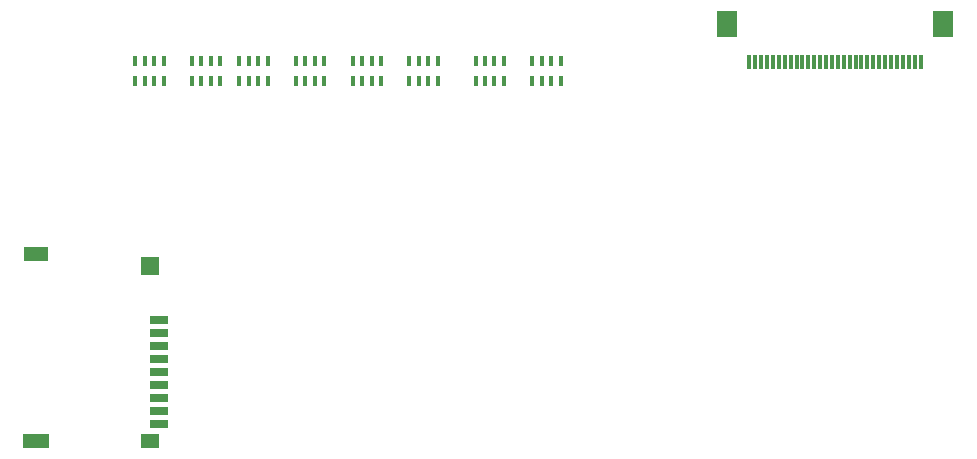
<source format=gbr>
G04 #@! TF.GenerationSoftware,KiCad,Pcbnew,7.0.6*
G04 #@! TF.CreationDate,2023-07-28T17:18:53+08:00*
G04 #@! TF.ProjectId,ZYNQ7000_MINIMB,5a594e51-3730-4303-905f-4d494e494d42,rev?*
G04 #@! TF.SameCoordinates,Original*
G04 #@! TF.FileFunction,Paste,Bot*
G04 #@! TF.FilePolarity,Positive*
%FSLAX46Y46*%
G04 Gerber Fmt 4.6, Leading zero omitted, Abs format (unit mm)*
G04 Created by KiCad (PCBNEW 7.0.6) date 2023-07-28 17:18:53*
%MOMM*%
%LPD*%
G01*
G04 APERTURE LIST*
%ADD10R,0.300000X1.300000*%
%ADD11R,1.800000X2.200000*%
%ADD12R,1.600000X0.700000*%
%ADD13R,2.200000X1.200000*%
%ADD14R,1.500000X1.200000*%
%ADD15R,1.500000X1.600000*%
%ADD16R,2.000000X1.200000*%
%ADD17R,0.400000X0.900000*%
G04 APERTURE END LIST*
D10*
G04 #@! TO.C,J12*
X134980000Y-58110000D03*
X135480000Y-58110000D03*
X135980000Y-58110000D03*
X136480000Y-58110000D03*
X136980000Y-58110000D03*
X137480000Y-58110000D03*
X137980000Y-58110000D03*
X138480000Y-58110000D03*
X138980000Y-58110000D03*
X139480000Y-58110000D03*
X139980000Y-58110000D03*
X140480000Y-58110000D03*
X140980000Y-58110000D03*
X141480000Y-58110000D03*
X141980000Y-58110000D03*
X142480000Y-58110000D03*
X142980000Y-58110000D03*
X143480000Y-58110000D03*
X143980000Y-58110000D03*
X144480000Y-58110000D03*
X144980000Y-58110000D03*
X145480000Y-58110000D03*
X145980000Y-58110000D03*
X146480000Y-58110000D03*
X146980000Y-58110000D03*
X147480000Y-58110000D03*
X147980000Y-58110000D03*
X148480000Y-58110000D03*
X148980000Y-58110000D03*
X149480000Y-58110000D03*
D11*
X133080000Y-54860000D03*
X151380000Y-54860000D03*
G04 #@! TD*
D12*
G04 #@! TO.C,U5*
X85010000Y-80000000D03*
X85010000Y-81100000D03*
X85010000Y-82200000D03*
X85010000Y-83300000D03*
X85010000Y-84400000D03*
X85010000Y-85500000D03*
X85010000Y-86600000D03*
X85010000Y-87700000D03*
X85010000Y-88800000D03*
D13*
X74610000Y-90200000D03*
D14*
X84210000Y-90200000D03*
D15*
X84210000Y-75400000D03*
D16*
X74610000Y-74400000D03*
G04 #@! TD*
D17*
G04 #@! TO.C,RN6*
X91800000Y-58050000D03*
X92600000Y-58050000D03*
X93400000Y-58050000D03*
X94200000Y-58050000D03*
X94200000Y-59750000D03*
X93400000Y-59750000D03*
X92600000Y-59750000D03*
X91800000Y-59750000D03*
G04 #@! TD*
G04 #@! TO.C,RN8*
X87800000Y-58050000D03*
X88600000Y-58050000D03*
X89400000Y-58050000D03*
X90200000Y-58050000D03*
X90200000Y-59750000D03*
X89400000Y-59750000D03*
X88600000Y-59750000D03*
X87800000Y-59750000D03*
G04 #@! TD*
G04 #@! TO.C,RN7*
X83000000Y-58050000D03*
X83800000Y-58050000D03*
X84600000Y-58050000D03*
X85400000Y-58050000D03*
X85400000Y-59750000D03*
X84600000Y-59750000D03*
X83800000Y-59750000D03*
X83000000Y-59750000D03*
G04 #@! TD*
G04 #@! TO.C,RN1*
X116600000Y-58050000D03*
X117400000Y-58050000D03*
X118200000Y-58050000D03*
X119000000Y-58050000D03*
X119000000Y-59750000D03*
X118200000Y-59750000D03*
X117400000Y-59750000D03*
X116600000Y-59750000D03*
G04 #@! TD*
G04 #@! TO.C,RN2*
X111800000Y-58050000D03*
X112600000Y-58050000D03*
X113400000Y-58050000D03*
X114200000Y-58050000D03*
X114200000Y-59750000D03*
X113400000Y-59750000D03*
X112600000Y-59750000D03*
X111800000Y-59750000D03*
G04 #@! TD*
G04 #@! TO.C,RN5*
X96600000Y-58050000D03*
X97400000Y-58050000D03*
X98200000Y-58050000D03*
X99000000Y-58050000D03*
X99000000Y-59750000D03*
X98200000Y-59750000D03*
X97400000Y-59750000D03*
X96600000Y-59750000D03*
G04 #@! TD*
G04 #@! TO.C,RN4*
X106200000Y-58050000D03*
X107000000Y-58050000D03*
X107800000Y-58050000D03*
X108600000Y-58050000D03*
X108600000Y-59750000D03*
X107800000Y-59750000D03*
X107000000Y-59750000D03*
X106200000Y-59750000D03*
G04 #@! TD*
G04 #@! TO.C,RN3*
X101400000Y-58050000D03*
X102200000Y-58050000D03*
X103000000Y-58050000D03*
X103800000Y-58050000D03*
X103800000Y-59750000D03*
X103000000Y-59750000D03*
X102200000Y-59750000D03*
X101400000Y-59750000D03*
G04 #@! TD*
M02*

</source>
